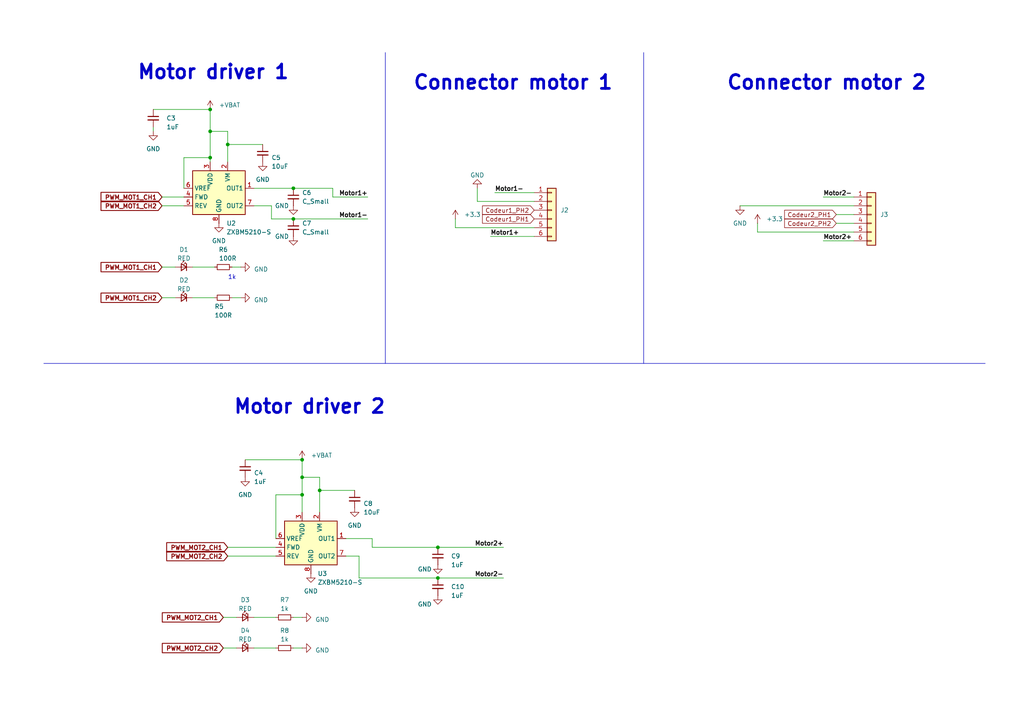
<source format=kicad_sch>
(kicad_sch (version 20231120) (generator "eeschema") (generator_version "8.0")
  (paper "A4")
  (lib_symbols
    (symbol "Connector_Generic:Conn_01x06" (pin_names (offset 1.016) hide)
      (property "Reference" "J" (at 0 7.62 0))
      (property "Value" "Conn_01x06" (at 0 -10.16 0))
      (symbol "Conn_01x06_1_1"
        (rectangle (start -1.27 -7.493) (end 0 -7.747) (stroke (width 0.1524)))
        (rectangle (start -1.27 -4.953) (end 0 -5.207) (stroke (width 0.1524)))
        (rectangle (start -1.27 -2.413) (end 0 -2.667) (stroke (width 0.1524)))
        (rectangle (start -1.27 0.127) (end 0 -0.127) (stroke (width 0.1524)))
        (rectangle (start -1.27 2.667) (end 0 2.413) (stroke (width 0.1524)))
        (rectangle (start -1.27 5.207) (end 0 4.953) (stroke (width 0.1524)))
        (rectangle (start -1.27 6.35) (end 1.27 -8.89) (stroke (width 0.254)) (fill (type background)))
        (pin passive line (at -5.08 5.08 0) (length 3.81) (name "Pin_1") (number "1"))
        (pin passive line (at -5.08 2.54 0) (length 3.81) (name "Pin_2") (number "2"))
        (pin passive line (at -5.08 0 0) (length 3.81) (name "Pin_3") (number "3"))
        (pin passive line (at -5.08 -2.54 0) (length 3.81) (name "Pin_4") (number "4"))
        (pin passive line (at -5.08 -5.08 0) (length 3.81) (name "Pin_5") (number "5"))
        (pin passive line (at -5.08 -7.62 0) (length 3.81) (name "Pin_6") (number "6"))
      )
    )
    (symbol "Device:C_Small" (pin_numbers hide) (pin_names (offset 0.254) hide)
      (property "Reference" "C" (at 0.254 1.778 0))
      (property "Value" "C_Small" (at 0.254 -2.032 0))
      (symbol "C_Small_0_1"
        (polyline (pts (xy -1.524 -0.508) (xy 1.524 -0.508)) (stroke (width 0.3302)))
        (polyline (pts (xy -1.524 0.508) (xy 1.524 0.508)) (stroke (width 0.3048)))
      )
      (symbol "C_Small_1_1"
        (pin passive line (at 0 2.54 270) (length 2.032) (name "~") (number "1"))
        (pin passive line (at 0 -2.54 90) (length 2.032) (name "~") (number "2"))
      )
    )
    (symbol "Device:LED_Small" (pin_numbers hide) (pin_names (offset 0.254) hide)
      (property "Reference" "D" (at -1.27 3.175 0))
      (property "Value" "LED_Small" (at -4.445 -2.54 0))
      (symbol "LED_Small_0_1"
        (polyline (pts (xy -0.762 -1.016) (xy -0.762 1.016)) (stroke (width 0.254)))
        (polyline (pts (xy 1.016 0) (xy -0.762 0)))
        (polyline (pts (xy 0.762 -1.016) (xy -0.762 0) (xy 0.762 1.016) (xy 0.762 -1.016)) (stroke (width 0.254)))
        (polyline (pts (xy 0 0.762) (xy -0.508 1.27) (xy -0.254 1.27) (xy -0.508 1.27) (xy -0.508 1.016)))
        (polyline (pts (xy 0.508 1.27) (xy 0 1.778) (xy 0.254 1.778) (xy 0 1.778) (xy 0 1.524)))
      )
      (symbol "LED_Small_1_1"
        (pin passive line (at -2.54 0 0) (length 1.778) (name "K") (number "1"))
        (pin passive line (at 2.54 0 180) (length 1.778) (name "A") (number "2"))
      )
    )
    (symbol "Device:R_Small" (pin_numbers hide) (pin_names (offset 0.254) hide)
      (property "Reference" "R" (at 0.762 0.508 0))
      (property "Value" "R_Small" (at 0.762 -1.016 0))
      (symbol "R_Small_0_1"
        (rectangle (start -0.762 1.778) (end 0.762 -1.778) (stroke (width 0.2032)))
      )
      (symbol "R_Small_1_1"
        (pin passive line (at 0 2.54 270) (length 0.762) (name "~") (number "1"))
        (pin passive line (at 0 -2.54 90) (length 0.762) (name "~") (number "2"))
      )
    )
    (symbol "Driver_Motor:ZXBM5210-S"
      (property "Reference" "U" (at -7.62 8.89 0))
      (property "Value" "ZXBM5210-S" (at 10.16 8.89 0))
      (symbol "ZXBM5210-S_0_0"
        (pin output line (at 10.16 2.54 180) (length 2.54) (name "OUT1") (number "1"))
        (pin power_in line (at 2.54 10.16 270) (length 2.54) (name "VM") (number "2"))
        (pin power_in line (at -2.54 10.16 270) (length 2.54) (name "VDD") (number "3"))
        (pin input line (at -10.16 0 0) (length 2.54) (name "FWD") (number "4"))
        (pin input line (at -10.16 -2.54 0) (length 2.54) (name "REV") (number "5"))
        (pin input line (at -10.16 2.54 0) (length 2.54) (name "VREF") (number "6"))
        (pin output line (at 10.16 -2.54 180) (length 2.54) (name "OUT2") (number "7"))
        (pin power_in line (at 0 -7.62 90) (length 2.54) (name "GND") (number "8"))
      )
      (symbol "ZXBM5210-S_0_1"
        (rectangle (start -7.62 7.62) (end 7.62 -5.08) (stroke (width 0.254)) (fill (type background)))
      )
    )
    (symbol "power:+5V" (power) (pin_numbers hide) (pin_names (offset 0) hide)
      (property "Value" "+5V" (at 0 3.556 0))
      (symbol "+5V_0_1"
        (polyline (pts (xy -0.762 1.27) (xy 0 2.54)))
        (polyline (pts (xy 0 0) (xy 0 2.54)))
        (polyline (pts (xy 0 2.54) (xy 0.762 1.27)))
      )
      (symbol "+5V_1_1"
        (pin power_in line (at 0 0 90) (length 0) (name "~") (number "1"))
      )
    )
    (symbol "power:GND" (power) (pin_numbers hide) (pin_names (offset 0) hide)
      (property "Value" "GND" (at 0 -3.81 0))
      (symbol "GND_0_1"
        (polyline (pts (xy 0 0) (xy 0 -1.27) (xy 1.27 -1.27) (xy 0 -2.54) (xy -1.27 -1.27) (xy 0 -1.27)))
      )
      (symbol "GND_1_1"
        (pin power_in line (at 0 0 270) (length 0) (name "~") (number "1"))
      )
    )
  )
  (junction (at 66.04 41.91))
  (junction (at 85.09 54.61))
  (junction (at 60.96 31.75))
  (junction (at 85.09 63.5))
  (junction (at 127 167.64))
  (junction (at 60.96 45.72))
  (junction (at 92.71 142.24))
  (junction (at 60.96 38.1))
  (junction (at 87.63 138.43))
  (junction (at 87.63 133.35))
  (junction (at 87.63 143.51))
  (junction (at 127 158.75))
  (wire (pts (xy 219.71 67.31) (xy 247.65 67.31)))
  (wire (pts (xy 107.95 158.75) (xy 127 158.75)))
  (wire (pts (xy 107.95 158.75) (xy 107.95 156.21)))
  (wire (pts (xy 127 158.75) (xy 146.05 158.75)))
  (wire (pts (xy 85.09 179.07) (xy 87.63 179.07)))
  (wire (pts (xy 66.04 158.75) (xy 80.01 158.75)))
  (wire (pts (xy 107.95 156.21) (xy 100.33 156.21)))
  (wire (pts (xy 219.71 64.77) (xy 219.71 67.31)))
  (polyline (pts (xy 111.76 15.24) (xy 111.76 105.41)))
  (wire (pts (xy 247.65 64.77) (xy 242.57 64.77)))
  (wire (pts (xy 66.04 46.99) (xy 66.04 41.91)))
  (wire (pts (xy 66.04 161.29) (xy 80.01 161.29)))
  (wire (pts (xy 60.96 31.75) (xy 60.96 38.1)))
  (wire (pts (xy 106.68 57.15) (xy 96.52 57.15)))
  (wire (pts (xy 78.74 63.5) (xy 85.09 63.5)))
  (wire (pts (xy 104.14 167.64) (xy 127 167.64)))
  (polyline (pts (xy 186.69 15.24) (xy 186.69 105.41)))
  (wire (pts (xy 64.77 187.96) (xy 68.58 187.96)))
  (wire (pts (xy 247.65 69.85) (xy 238.76 69.85)))
  (wire (pts (xy 87.63 138.43) (xy 87.63 133.35)))
  (wire (pts (xy 67.31 77.47) (xy 69.85 77.47)))
  (wire (pts (xy 67.31 86.36) (xy 69.85 86.36)))
  (wire (pts (xy 64.77 179.07) (xy 68.58 179.07)))
  (wire (pts (xy 73.66 54.61) (xy 85.09 54.61)))
  (wire (pts (xy 142.24 68.58) (xy 154.94 68.58)))
  (wire (pts (xy 104.14 167.64) (xy 104.14 161.29)))
  (wire (pts (xy 143.51 55.88) (xy 154.94 55.88)))
  (wire (pts (xy 92.71 148.59) (xy 92.71 142.24)))
  (wire (pts (xy 154.94 58.42) (xy 138.43 58.42)))
  (wire (pts (xy 87.63 143.51) (xy 87.63 148.59)))
  (wire (pts (xy 46.99 57.15) (xy 53.34 57.15)))
  (wire (pts (xy 104.14 161.29) (xy 100.33 161.29)))
  (wire (pts (xy 96.52 57.15) (xy 96.52 54.61)))
  (wire (pts (xy 247.65 57.15) (xy 238.76 57.15)))
  (wire (pts (xy 92.71 142.24) (xy 102.87 142.24)))
  (wire (pts (xy 247.65 62.23) (xy 242.57 62.23)))
  (wire (pts (xy 73.66 59.69) (xy 78.74 59.69)))
  (wire (pts (xy 46.99 59.69) (xy 53.34 59.69)))
  (wire (pts (xy 66.04 38.1) (xy 60.96 38.1)))
  (wire (pts (xy 66.04 41.91) (xy 76.2 41.91)))
  (wire (pts (xy 66.04 41.91) (xy 66.04 38.1)))
  (wire (pts (xy 60.96 38.1) (xy 60.96 45.72)))
  (wire (pts (xy 55.88 77.47) (xy 62.23 77.47)))
  (wire (pts (xy 132.08 63.5) (xy 132.08 66.04)))
  (wire (pts (xy 92.71 142.24) (xy 92.71 138.43)))
  (wire (pts (xy 92.71 138.43) (xy 87.63 138.43)))
  (wire (pts (xy 87.63 143.51) (xy 87.63 138.43)))
  (wire (pts (xy 154.94 66.04) (xy 132.08 66.04)))
  (wire (pts (xy 53.34 45.72) (xy 53.34 54.61)))
  (wire (pts (xy 85.09 63.5) (xy 106.68 63.5)))
  (polyline (pts (xy 12.7 105.41) (xy 285.75 105.41)))
  (wire (pts (xy 127 167.64) (xy 146.05 167.64)))
  (wire (pts (xy 85.09 187.96) (xy 87.63 187.96)))
  (wire (pts (xy 73.66 187.96) (xy 80.01 187.96)))
  (wire (pts (xy 44.45 31.75) (xy 60.96 31.75)))
  (wire (pts (xy 80.01 143.51) (xy 87.63 143.51)))
  (wire (pts (xy 214.63 59.69) (xy 247.65 59.69)))
  (wire (pts (xy 44.45 38.1) (xy 44.45 36.83)))
  (wire (pts (xy 46.99 77.47) (xy 50.8 77.47)))
  (wire (pts (xy 73.66 179.07) (xy 80.01 179.07)))
  (wire (pts (xy 60.96 45.72) (xy 60.96 46.99)))
  (wire (pts (xy 78.74 63.5) (xy 78.74 59.69)))
  (wire (pts (xy 138.43 54.61) (xy 138.43 58.42)))
  (wire (pts (xy 85.09 54.61) (xy 96.52 54.61)))
  (wire (pts (xy 53.34 45.72) (xy 60.96 45.72)))
  (wire (pts (xy 55.88 86.36) (xy 62.23 86.36)))
  (wire (pts (xy 87.63 133.35) (xy 71.12 133.35)))
  (wire (pts (xy 46.99 86.36) (xy 50.8 86.36)))
  (wire (pts (xy 80.01 143.51) (xy 80.01 156.21)))
  (text "Motor driver 1\n" (at 39.624 23.368 0) (effects (font (size 4 4) (thickness 0.8) (bold yes)) (justify left bottom)))
  (text "Connector motor 2\n" (at 210.566 26.416 0) (effects (font (size 4 4) (thickness 0.8) (bold yes)) (justify left bottom)))
  (text "1k" (at 67.31 80.518 0) (effects (font (size 1.27 1.27))))
  (text "Connector motor 1\n" (at 119.634 26.416 0) (effects (font (size 4 4) (thickness 0.8) (bold yes)) (justify left bottom)))
  (text "Motor driver 2\n" (at 67.564 120.396 0) (effects (font (size 4 4) (thickness 0.8) (bold yes)) (justify left bottom)))
  (label "Motor1-" (at 143.51 55.88 0) (effects (font (bold yes))))
  (label "Motor1-" (at 106.68 63.5 180) (effects (font (bold yes))))
  (label "Motor1+" (at 142.24 68.58 0) (effects (font (bold yes))))
  (label "Motor2-" (at 146.05 167.64 180) (effects (font (bold yes))))
  (label "Motor2+" (at 146.05 158.75 180) (effects (font (bold yes))))
  (label "Motor2+" (at 238.76 69.85 0) (effects (font (bold yes))))
  (label "Motor1+" (at 106.68 57.15 180) (effects (font (bold yes))))
  (label "Motor2-" (at 238.76 57.15 0) (effects (font (bold yes))))
  (global_label "PWM_MOT1_CH2" (shape input) (at 46.99 59.69 180) (effects (font (bold yes))) (property "Intersheetrefs" "${INTERSHEET_REFS}" (effects (hide yes))))
  (global_label "PWM_MOT2_CH1" (shape input) (at 64.77 179.07 180) (effects (font (bold yes))) (property "Intersheetrefs" "${INTERSHEET_REFS}" (effects (hide yes))))
  (global_label "PWM_MOT2_CH2" (shape input) (at 64.77 187.96 180) (effects (font (bold yes))) (property "Intersheetrefs" "${INTERSHEET_REFS}" (effects (hide yes))))
  (global_label "PWM_MOT1_CH2" (shape input) (at 46.99 86.36 180) (effects (font (bold yes))) (property "Intersheetrefs" "${INTERSHEET_REFS}" (effects (hide yes))))
  (global_label "Codeur2_PH1" (shape input) (at 242.57 62.23 180) (property "Intersheetrefs" "${INTERSHEET_REFS}" (effects (hide yes))))
  (global_label "PWM_MOT2_CH1" (shape input) (at 66.04 158.75 180) (effects (font (bold yes))) (property "Intersheetrefs" "${INTERSHEET_REFS}" (effects (hide yes))))
  (global_label "PWM_MOT1_CH1" (shape input) (at 46.99 77.47 180) (effects (font (bold yes))) (property "Intersheetrefs" "${INTERSHEET_REFS}" (effects (hide yes))))
  (global_label "Codeur1_PH1" (shape input) (at 154.94 63.5 180) (property "Intersheetrefs" "${INTERSHEET_REFS}" (effects (hide yes))))
  (global_label "PWM_MOT1_CH1" (shape input) (at 46.99 57.15 180) (effects (font (bold yes))) (property "Intersheetrefs" "${INTERSHEET_REFS}" (effects (hide yes))))
  (global_label "Codeur1_PH2" (shape input) (at 154.94 60.96 180) (property "Intersheetrefs" "${INTERSHEET_REFS}" (effects (hide yes))))
  (global_label "PWM_MOT2_CH2" (shape input) (at 66.04 161.29 180) (effects (font (bold yes))) (property "Intersheetrefs" "${INTERSHEET_REFS}" (effects (hide yes))))
  (global_label "Codeur2_PH2" (shape input) (at 242.57 64.77 180) (property "Intersheetrefs" "${INTERSHEET_REFS}" (effects (hide yes))))
  (symbol (lib_id "Device:LED_Small") (at 71.12 187.96 0) (mirror y) (unit 1)
    (property "Reference" "D4" (at 71.12 182.88 0))
    (property "Value" "RED" (at 71.12 185.42 0))
    (property "Footprint" "LED_SMD:LED_0603_1608Metric_Pad1.05x0.95mm_HandSolder" (effects (hide yes)))
    (property "Description" "Light emitting diode, small symbol" (effects (hide yes)))
  )
  (symbol (lib_id "power:GND") (at 102.87 147.32 0) (unit 1)
    (property "Reference" "#PWR015" (effects (hide yes)))
    (property "Value" "GND" (at 102.87 152.4 0))
    (property "Description" "Power symbol creates a global label with name \"GND\" , ground" (effects (hide yes)))
  )
  (symbol (lib_id "Device:C_Small") (at 44.45 34.29 0) (unit 1)
    (property "Reference" "C3" (at 48.26 34.29 0) (effects (justify left)))
    (property "Value" "1uF" (at 48.26 36.83 0) (effects (justify left)))
    (property "Footprint" "Capacitor_SMD:C_0603_1608Metric_Pad1.08x0.95mm_HandSolder" (effects (hide yes)))
    (property "Description" "Unpolarized capacitor, small symbol" (effects (hide yes)))
  )
  (symbol (lib_id "power:GND") (at 71.12 138.43 0) (unit 1)
    (property "Reference" "#PWR07" (effects (hide yes)))
    (property "Value" "GND" (at 71.12 143.51 0))
    (property "Description" "Power symbol creates a global label with name \"GND\" , ground" (effects (hide yes)))
  )
  (symbol (lib_id "power:GND") (at 76.2 46.99 0) (unit 1)
    (property "Reference" "#PWR08" (effects (hide yes)))
    (property "Value" "GND" (at 76.2 52.07 0))
    (property "Description" "Power symbol creates a global label with name \"GND\" , ground" (effects (hide yes)))
  )
  (symbol (lib_id "Device:LED_Small") (at 53.34 86.36 0) (mirror y) (unit 1)
    (property "Reference" "D2" (at 53.34 81.28 0))
    (property "Value" "RED" (at 53.34 83.82 0))
    (property "Footprint" "LED_SMD:LED_0603_1608Metric_Pad1.05x0.95mm_HandSolder" (effects (hide yes)))
    (property "Description" "Light emitting diode, small symbol" (effects (hide yes)))
  )
  (symbol (lib_id "Device:R_Small") (at 82.55 187.96 90) (unit 1)
    (property "Reference" "R8" (at 82.55 182.88 90))
    (property "Value" "1k" (at 82.55 185.42 90))
    (property "Footprint" "Resistor_SMD:R_0603_1608Metric_Pad0.98x0.95mm_HandSolder" (effects (hide yes)))
    (property "Description" "Resistor, small symbol" (effects (hide yes)))
    (property "Height" "0603" (effects (hide yes)))
  )
  (symbol (lib_id "Device:LED_Small") (at 53.34 77.47 0) (mirror y) (unit 1)
    (property "Reference" "D1" (at 53.34 72.39 0))
    (property "Value" "RED" (at 53.34 74.93 0))
    (property "Footprint" "LED_SMD:LED_0603_1608Metric_Pad1.05x0.95mm_HandSolder" (effects (hide yes)))
    (property "Description" "Light emitting diode, small symbol" (effects (hide yes)))
  )
  (symbol (lib_id "power:GND") (at 214.63 59.69 0) (unit 1)
    (property "Reference" "#PWR021" (effects (hide yes)))
    (property "Value" "GND" (at 214.63 64.77 0))
    (property "Description" "Power symbol creates a global label with name \"GND\" , ground" (effects (hide yes)))
  )
  (symbol (lib_id "power:GND") (at 90.17 166.37 0) (unit 1)
    (property "Reference" "#PWR014" (effects (hide yes)))
    (property "Value" "GND" (at 90.17 171.45 0))
    (property "Description" "Power symbol creates a global label with name \"GND\" , ground" (effects (hide yes)))
  )
  (symbol (lib_id "power:GND") (at 85.09 59.69 0) (unit 1)
    (property "Reference" "#PWR09" (effects (hide yes)))
    (property "Value" "GND" (at 83.82 59.69 0) (effects (justify right)))
    (property "Description" "Power symbol creates a global label with name \"GND\" , ground" (effects (hide yes)))
  )
  (symbol (lib_id "power:+5V") (at 60.96 31.75 0) (unit 1)
    (property "Reference" "#PWR03" (effects (hide yes)))
    (property "Value" "+VBAT" (at 63.5 30.4799 0) (effects (justify left)))
    (property "Description" "Power symbol creates a global label with name \"+5V\"" (effects (hide yes)))
  )
  (symbol (lib_id "power:GND") (at 138.43 54.61 180) (unit 1)
    (property "Reference" "#PWR019" (effects (hide yes)))
    (property "Value" "GND" (at 138.43 50.8 0))
    (property "Description" "Power symbol creates a global label with name \"GND\" , ground" (effects (hide yes)))
  )
  (symbol (lib_id "power:GND") (at 127 163.83 0) (unit 1)
    (property "Reference" "#PWR016" (effects (hide yes)))
    (property "Value" "GND" (at 123.19 165.1 0))
    (property "Description" "Power symbol creates a global label with name \"GND\" , ground" (effects (hide yes)))
  )
  (symbol (lib_id "Device:C_Small") (at 76.2 44.45 0) (unit 1)
    (property "Reference" "C5" (at 78.74 45.72 0) (effects (justify left)))
    (property "Value" "10uF" (at 78.74 48.26 0) (effects (justify left)))
    (property "Footprint" "Capacitor_SMD:C_0603_1608Metric_Pad1.08x0.95mm_HandSolder" (effects (hide yes)))
    (property "Description" "Unpolarized capacitor, small symbol" (effects (hide yes)))
  )
  (symbol (lib_id "power:+5V") (at 132.08 63.5 0) (unit 1)
    (property "Reference" "#PWR018" (effects (hide yes)))
    (property "Value" "+3.3" (at 134.62 62.2299 0) (effects (justify left)))
    (property "Description" "Power symbol creates a global label with name \"+5V\"" (effects (hide yes)))
  )
  (symbol (lib_id "Device:C_Small") (at 85.09 66.04 0) (unit 1)
    (property "Reference" "C7" (at 87.63 64.7762 0) (effects (justify left)))
    (property "Value" "C_Small" (at 87.63 67.3162 0) (effects (justify left)))
    (property "Footprint" "Capacitor_SMD:C_0603_1608Metric_Pad1.08x0.95mm_HandSolder" (effects (hide yes)))
    (property "Description" "Unpolarized capacitor, small symbol" (effects (hide yes)))
  )
  (symbol (lib_id "power:GND") (at 87.63 187.96 90) (unit 1)
    (property "Reference" "#PWR013" (effects (hide yes)))
    (property "Value" "GND" (at 91.44 188.595 90) (effects (justify right)))
    (property "Description" "Power symbol creates a global label with name \"GND\" , ground" (effects (hide yes)))
  )
  (symbol (lib_id "Driver_Motor:ZXBM5210-S") (at 90.17 158.75 0) (unit 1)
    (property "Reference" "U3" (at 92.1259 166.37 0) (effects (justify left)))
    (property "Value" "ZXBM5210-S" (at 92.1259 168.91 0) (effects (justify left)))
    (property "Footprint" "Package_SO:SOIC-8_3.9x4.9mm_P1.27mm" (effects (hide yes)))
    (property "Datasheet" "https://www.diodes.com/assets/Datasheets/ZXBM5210.pdf" (effects (hide yes)))
    (property "Description" "Reversible DC motor drive with speed control, 3-18V, 0.85A, SOIC-8" (effects (hide yes)))
    (property "Mouser Part Number" " 621-ZXBM5210-SP-13 " (effects (hide yes)))
    (property "Mouser Price/Stock" "https://www.mouser.fr/ProductDetail/Diodes-Incorporated/ZXBM5210-SP-13?qs=98WN%2FnWUQiQYAgSBGLkvdw%3D%3D" (effects (hide yes)))
  )
  (symbol (lib_id "Device:R_Small") (at 82.55 179.07 90) (unit 1)
    (property "Reference" "R7" (at 82.55 173.99 90))
    (property "Value" "1k" (at 82.55 176.53 90))
    (property "Footprint" "Resistor_SMD:R_0603_1608Metric_Pad0.98x0.95mm_HandSolder" (effects (hide yes)))
    (property "Description" "Resistor, small symbol" (effects (hide yes)))
    (property "Height" "0603" (effects (hide yes)))
  )
  (symbol (lib_id "Connector_Generic:Conn_01x06") (at 160.02 60.96 0) (unit 1)
    (property "Reference" "J2" (at 162.56 60.96 0) (effects (justify left)))
    (property "Value" "Conn_01x06" (effects (hide yes)))
    (property "Footprint" "Connector_JST:JST_XH_S6B-XH-A_1x06_P2.50mm_Horizontal" (effects (hide yes)))
    (property "Description" "Generic connector, single row, 01x06, script generated (kicad-library-utils/schlib/autogen/connector/)" (effects (hide yes)))
  )
  (symbol (lib_id "Driver_Motor:ZXBM5210-S") (at 63.5 57.15 0) (unit 1)
    (property "Reference" "U2" (at 65.6941 64.77 0) (effects (justify left)))
    (property "Value" "ZXBM5210-S" (at 65.6941 67.31 0) (effects (justify left)))
    (property "Footprint" "Package_SO:SOIC-8_3.9x4.9mm_P1.27mm" (effects (hide yes)))
    (property "Datasheet" "https://www.diodes.com/assets/Datasheets/ZXBM5210.pdf" (effects (hide yes)))
    (property "Description" "Reversible DC motor drive with speed control, 3-18V, 0.85A, SOIC-8" (effects (hide yes)))
  )
  (symbol (lib_id "Device:C_Small") (at 102.87 144.78 0) (unit 1)
    (property "Reference" "C8" (at 105.41 146.05 0) (effects (justify left)))
    (property "Value" "10uF" (at 105.41 148.59 0) (effects (justify left)))
    (property "Footprint" "Capacitor_SMD:C_0603_1608Metric_Pad1.08x0.95mm_HandSolder" (effects (hide yes)))
    (property "Description" "Unpolarized capacitor, small symbol" (effects (hide yes)))
  )
  (symbol (lib_id "Device:C_Small") (at 71.12 135.89 0) (unit 1)
    (property "Reference" "C4" (at 73.66 137.16 0) (effects (justify left)))
    (property "Value" "1uF" (at 73.66 139.7 0) (effects (justify left)))
    (property "Footprint" "Capacitor_SMD:C_0603_1608Metric_Pad1.08x0.95mm_HandSolder" (effects (hide yes)))
    (property "Description" "Unpolarized capacitor, small symbol" (effects (hide yes)))
  )
  (symbol (lib_id "power:GND") (at 69.85 77.47 90) (unit 1)
    (property "Reference" "#PWR05" (effects (hide yes)))
    (property "Value" "GND" (at 73.66 78.105 90) (effects (justify right)))
    (property "Description" "Power symbol creates a global label with name \"GND\" , ground" (effects (hide yes)))
  )
  (symbol (lib_id "power:+5V") (at 87.63 133.35 0) (unit 1)
    (property "Reference" "#PWR011" (effects (hide yes)))
    (property "Value" "+VBAT" (at 90.17 132.0799 0) (effects (justify left)))
    (property "Description" "Power symbol creates a global label with name \"+5V\"" (effects (hide yes)))
  )
  (symbol (lib_id "Device:C_Small") (at 127 161.29 0) (unit 1)
    (property "Reference" "C9" (at 130.81 161.29 0) (effects (justify left)))
    (property "Value" "1uF" (at 130.81 163.83 0) (effects (justify left)))
    (property "Footprint" "Capacitor_SMD:C_0603_1608Metric_Pad1.08x0.95mm_HandSolder" (effects (hide yes)))
    (property "Description" "Unpolarized capacitor, small symbol" (effects (hide yes)))
  )
  (symbol (lib_id "Device:LED_Small") (at 71.12 179.07 0) (mirror y) (unit 1)
    (property "Reference" "D3" (at 71.12 173.99 0))
    (property "Value" "RED" (at 71.12 176.53 0))
    (property "Footprint" "LED_SMD:LED_0603_1608Metric_Pad1.05x0.95mm_HandSolder" (effects (hide yes)))
    (property "Description" "Light emitting diode, small symbol" (effects (hide yes)))
  )
  (symbol (lib_id "Device:R_Small") (at 64.77 86.36 90) (unit 1)
    (property "Reference" "R6" (at 64.77 72.39 90))
    (property "Value" "100R" (at 64.77 91.44 90))
    (property "Footprint" "Resistor_SMD:R_0603_1608Metric_Pad0.98x0.95mm_HandSolder" (effects (hide yes)))
    (property "Description" "Resistor, small symbol" (effects (hide yes)))
    (property "Height" "0603" (effects (hide yes)))
  )
  (symbol (lib_id "power:GND") (at 63.5 64.77 0) (unit 1)
    (property "Reference" "#PWR04" (effects (hide yes)))
    (property "Value" "GND" (at 63.5 69.85 0))
    (property "Description" "Power symbol creates a global label with name \"GND\" , ground" (effects (hide yes)))
  )
  (symbol (lib_id "power:GND") (at 85.09 68.58 0) (unit 1)
    (property "Reference" "#PWR010" (effects (hide yes)))
    (property "Value" "GND" (at 83.82 68.58 0) (effects (justify right)))
    (property "Description" "Power symbol creates a global label with name \"GND\" , ground" (effects (hide yes)))
  )
  (symbol (lib_id "power:GND") (at 127 172.72 0) (unit 1)
    (property "Reference" "#PWR017" (effects (hide yes)))
    (property "Value" "GND" (at 123.19 175.26 0))
    (property "Description" "Power symbol creates a global label with name \"GND\" , ground" (effects (hide yes)))
  )
  (symbol (lib_id "power:GND") (at 69.85 86.36 90) (unit 1)
    (property "Reference" "#PWR06" (effects (hide yes)))
    (property "Value" "GND" (at 73.66 86.995 90) (effects (justify right)))
    (property "Description" "Power symbol creates a global label with name \"GND\" , ground" (effects (hide yes)))
  )
  (symbol (lib_id "Device:C_Small") (at 127 170.18 0) (unit 1)
    (property "Reference" "C10" (at 130.81 170.18 0) (effects (justify left)))
    (property "Value" "1uF" (at 130.81 172.72 0) (effects (justify left)))
    (property "Footprint" "Capacitor_SMD:C_0603_1608Metric_Pad1.08x0.95mm_HandSolder" (effects (hide yes)))
    (property "Description" "Unpolarized capacitor, small symbol" (effects (hide yes)))
  )
  (symbol (lib_id "power:GND") (at 44.45 38.1 0) (unit 1)
    (property "Reference" "#PWR02" (effects (hide yes)))
    (property "Value" "GND" (at 44.45 43.18 0))
    (property "Description" "Power symbol creates a global label with name \"GND\" , ground" (effects (hide yes)))
  )
  (symbol (lib_id "Connector_Generic:Conn_01x06") (at 252.73 62.23 0) (unit 1)
    (property "Reference" "J3" (at 255.27 62.23 0) (effects (justify left)))
    (property "Value" "Conn_01x06" (effects (hide yes)))
    (property "Footprint" "Connector_JST:JST_XH_S6B-XH-A_1x06_P2.50mm_Horizontal" (effects (hide yes)))
    (property "Description" "Generic connector, single row, 01x06, script generated (kicad-library-utils/schlib/autogen/connector/)" (effects (hide yes)))
  )
  (symbol (lib_id "Device:C_Small") (at 85.09 57.15 0) (unit 1)
    (property "Reference" "C6" (at 87.63 55.8862 0) (effects (justify left)))
    (property "Value" "C_Small" (at 87.63 58.4262 0) (effects (justify left)))
    (property "Footprint" "Capacitor_SMD:C_0603_1608Metric_Pad1.08x0.95mm_HandSolder" (effects (hide yes)))
    (property "Description" "Unpolarized capacitor, small symbol" (effects (hide yes)))
  )
  (symbol (lib_id "Device:R_Small") (at 64.77 77.47 90) (unit 1)
    (property "Reference" "R5" (at 62.23 88.9 90) (effects (justify right)))
    (property "Value" "100R" (at 63.5 74.93 90) (effects (justify right)))
    (property "Footprint" "Resistor_SMD:R_0603_1608Metric_Pad0.98x0.95mm_HandSolder" (effects (hide yes)))
    (property "Description" "Resistor, small symbol" (effects (hide yes)))
    (property "Height" "0603" (effects (hide yes)))
  )
  (symbol (lib_id "power:GND") (at 87.63 179.07 90) (unit 1)
    (property "Reference" "#PWR012" (effects (hide yes)))
    (property "Value" "GND" (at 91.44 179.705 90) (effects (justify right)))
    (property "Description" "Power symbol creates a global label with name \"GND\" , ground" (effects (hide yes)))
  )
  (symbol (lib_id "power:+5V") (at 219.71 64.77 0) (unit 1)
    (property "Reference" "#PWR020" (effects (hide yes)))
    (property "Value" "+3.3" (at 222.25 63.4999 0) (effects (justify left)))
    (property "Description" "Power symbol creates a global label with name \"+5V\"" (effects (hide yes)))
  )
)
</source>
